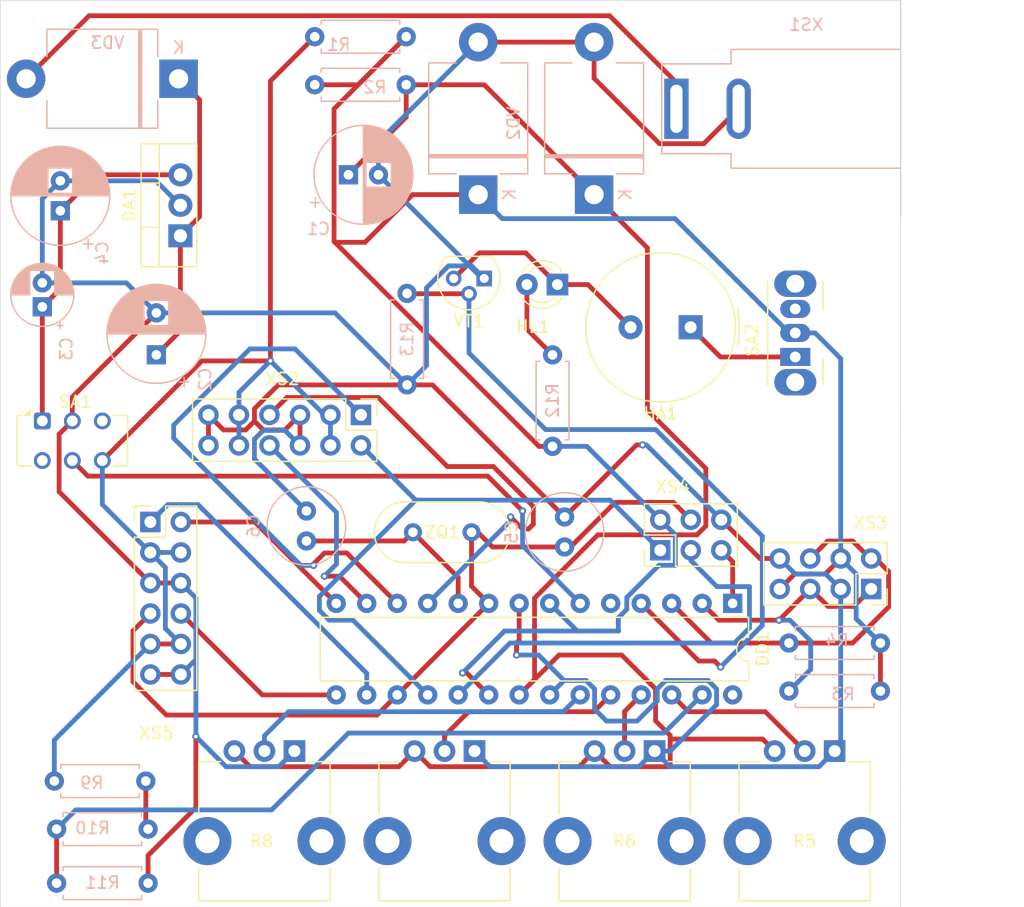
<source format=kicad_pcb>
(kicad_pcb (version 20240108) (generator "pcbnew") (generator_version "8.0")
  (layers (0 "F.Cu" signal) (31 "B.Cu" signal) (34 "B.Paste" user) (35 "F.Paste" user) (36 "B.SilkS" user "B.Silkscreen") (37 "F.SilkS" user "F.Silkscreen") (38 "B.Mask" user) (39 "F.Mask" user) (44 "Edge.Cuts" user))
  (net 0 "")
  (net 1 "GND")
  (net 2 "+2V5")
  (net 3 "Net-(DA1-IN)")
  (net 4 "Net-(DA1-OUT)")
  (net 5 "Net-(DD1-PB3)")
  (net 6 "Net-(DD1-XTAL2{slash}PB7)")
  (net 7 "Net-(DD1-~{RESET}{slash}PC6)")
  (net 8 "Net-(DD1-PD7)")
  (net 9 "Net-(DD1-PB4)")
  (net 10 "Net-(DD1-PD2)")
  (net 11 "Net-(DD1-PD1)")
  (net 12 "Net-(DD1-PC4)")
  (net 13 "Net-(DD1-PB1)")
  (net 15 "Net-(DD1-PB2)")
  (net 16 "Net-(DD1-PD6)")
  (net 17 "+5V")
  (net 18 "Net-(DD1-PD4)")
  (net 19 "Net-(DD1-PC3)")
  (net 20 "Net-(DD1-PD0)")
  (net 21 "Net-(DD1-PB0)")
  (net 22 "Net-(DD1-PD5)")
  (net 23 "Net-(DD1-PC0)")
  (net 24 "Net-(DD1-EPB5)")
  (net 26 "Net-(HA1--)")
  (net 27 "Net-(HA1-+)")
  (net 28 "Net-(HL1-A)")
  (net 29 "+BATT")
  (net 30 "Net-(R10-Pad2)")
  (net 32 "Net-(VD3-A)")
  (net 35 "Net-(DD1-PC2)")
  (net 36 "Net-(DD1-PC1)")
  (footprint "Connector_PinHeader_2.54mm:PinHeader_2x06_P2.54mm_Vertical" (layer "F.Cu") (at 105.04 75.5 -90)
    (property "Reference" "XS2")
    (property "Value" "CONN_12")
  )
  (footprint "Button_Switch_THT:SW_CK_JS202011CQN_DPDT_Straight" (layer "F.Cu") (at 78.5 76)
    (property "Reference" "SA1")
    (property "Value" "~")
  )
  (footprint "LED_THT:LED_D3.0mm" (layer "F.Cu") (at 121.404 64.644 180)
    (property "Reference" "HL1")
    (property "Value" "HL_LED")
  )
  (footprint "Package_TO_SOT_THT:TO-92" (layer "F.Cu") (at 115.308 64.136 180)
    (property "Reference" "VT1")
    (property "Value" "2П7240")
  )
  (footprint "Package_DIP:DIP-28_W7.62mm" (layer "F.Cu") (at 136 91.2 -90)
    (property "Reference" "DD1")
    (property "Value" "ATmega328-P")
  )
  (footprint "Potentiometer_THT:Potentiometer_TT_P0915N" (layer "F.Cu") (at 114.5 103.5 180)
    (property "Reference" "R7" (hide yes))
    (property "Value" "R_POT")
  )
  (footprint "Potentiometer_THT:Potentiometer_TT_P0915N" (layer "F.Cu") (at 99.5 103.5 180)
    (property "Reference" "R8")
    (property "Value" "R_POT")
  )
  (footprint "Connector_PinSocket_2.54mm:PinSocket_2x04_P2.54mm_Vertical" (layer "F.Cu") (at 147.54 90 -90)
    (property "Reference" "XS3")
    (property "Value" "CONN_8" (hide yes))
  )
  (footprint "Connector_PinHeader_2.54mm:PinHeader_2x06_P2.54mm_Vertical" (layer "F.Cu") (at 87.5 84.42)
    (property "Reference" "XS5")
    (property "Value" "CONN_12")
  )
  (footprint "Crystal:Crystal_HC49-U_Vertical" (layer "F.Cu") (at 114.25 85.275 180)
    (property "Reference" "ZQ1")
    (property "Value" "ZQ_CRYSTAL")
  )
  (footprint "Potentiometer_THT:Potentiometer_TT_P0915N" (layer "F.Cu") (at 144.5 103.5 180)
    (property "Reference" "R5")
    (property "Value" "R_POT")
  )
  (footprint "Package_TO_SOT_THT:TO-220-3_Vertical" (layer "F.Cu") (at 90 60.58 90)
    (property "Reference" "DA1")
    (property "Value" "LM7805_TO220" (hide yes))
  )
  (footprint "Button_Switch_THT:SW_Slide_SPDT_Angled_CK_OS102011MA1Q" (layer "F.Cu") (at 141.216 70.672 90)
    (property "Reference" "SA2")
    (property "Value" "SA_SPDT")
  )
  (footprint "Potentiometer_THT:Potentiometer_TT_P0915N" (layer "F.Cu") (at 129.5 103.5 180)
    (property "Reference" "R6")
    (property "Value" "R_POT")
  )
  (footprint "Connector_PinHeader_2.54mm:PinHeader_2x03_P2.54mm_Vertical" (layer "F.Cu") (at 129.975 86.775 90)
    (property "Reference" "XS4")
    (property "Value" "CONN_6")
  )
  (footprint "Buzzer_Beeper:Buzzer_TDK_PS1240P02BT_D12.2mm_H6.5mm" (layer "F.Cu") (at 132.5 68.2 180)
    (property "Reference" "HA1")
    (property "Value" "Buzzer")
  )
  (footprint "Resistor_THT:R_Axial_DIN0207_L6.3mm_D2.5mm_P7.62mm_Horizontal" (layer "B.Cu") (at 108.88 65.38 -90)
    (property "Reference" "R13")
    (property "Value" "R")
  )
  (footprint "Capacitor_THT:CP_Radial_D8.0mm_P2.50mm" (layer "B.Cu") (at 104 55.5)
    (property "Reference" "C1")
    (property "Value" "C")
  )
  (footprint "Diode_THT:D_5KPW_P12.70mm_Horizontal" (layer "B.Cu") (at 124.46 57.15 90)
    (property "Reference" "VD1" (hide yes))
    (property "Value" "VD")
  )
  (footprint "Capacitor_THT:CP_Radial_D8.0mm_P3.50mm" (layer "B.Cu") (at 88 70.5 90)
    (property "Reference" "C2")
    (property "Value" "C")
  )
  (footprint "Capacitor_THT:CP_Radial_D8.0mm_P2.50mm" (layer "B.Cu") (at 80 58.5 90)
    (property "Reference" "C4")
    (property "Value" "C")
  )
  (footprint "Resistor_THT:R_Axial_DIN0207_L6.3mm_D2.5mm_P7.62mm_Horizontal" (layer "B.Cu") (at 101.19 48)
    (property "Reference" "R2")
    (property "Value" "R")
  )
  (footprint "Capacitor_THT:C_Radial_D6.3mm_H5.0mm_P2.50mm" (layer "B.Cu") (at 122 84 -90)
    (property "Reference" "C5")
    (property "Value" "C")
  )
  (footprint "Resistor_THT:R_Axial_DIN0207_L6.3mm_D2.5mm_P7.62mm_Horizontal" (layer "B.Cu") (at 140.69 94.5)
    (property "Reference" "R4")
    (property "Value" "R")
  )
  (footprint "Resistor_THT:R_Axial_DIN0207_L6.3mm_D2.5mm_P7.62mm_Horizontal" (layer "B.Cu") (at 79.69 114.5)
    (property "Reference" "R11")
    (property "Value" "R")
  )
  (footprint "Resistor_THT:R_Axial_DIN0207_L6.3mm_D2.5mm_P7.62mm_Horizontal" (layer "B.Cu") (at 87.12 106 180)
    (property "Reference" "R9")
    (property "Value" "R")
  )
  (footprint "Connector_BarrelJack:BarrelJack_SwitchcraftConxall_RAPC10U_Horizontal" (layer "B.Cu") (at 131.32 50 180)
    (property "Reference" "XS1")
    (property "Value" "CONN_2")
    (fp_line (start -18.67 -9) (end -18.67 9) (stroke (width 0.12)) (layer "Edge.Cuts"))
  )
  (footprint "Capacitor_THT:C_Radial_D6.3mm_H5.0mm_P2.50mm" (layer "B.Cu") (at 100.5 83.5 -90)
    (property "Reference" "C6")
    (property "Value" "C")
  )
  (footprint "Resistor_THT:R_Axial_DIN0207_L6.3mm_D2.5mm_P7.62mm_Horizontal" (layer "B.Cu") (at 121 70.5 -90)
    (property "Reference" "R12")
    (property "Value" "R")
  )
  (footprint "Capacitor_THT:CP_Radial_D5.0mm_P2.00mm" (layer "B.Cu") (at 78.5 66.5 90)
    (property "Reference" "C3")
    (property "Value" "C")
  )
  (footprint "Resistor_THT:R_Axial_DIN0207_L6.3mm_D2.5mm_P7.62mm_Horizontal" (layer "B.Cu") (at 79.69 110)
    (property "Reference" "R10")
    (property "Value" "R")
  )
  (footprint "Resistor_THT:R_Axial_DIN0207_L6.3mm_D2.5mm_P7.62mm_Horizontal" (layer "B.Cu") (at 101.19 44)
    (property "Reference" "R1")
    (property "Value" "R")
  )
  (footprint "Diode_THT:D_5KPW_P12.70mm_Horizontal" (layer "B.Cu") (at 89.85 47.5 180)
    (property "Reference" "VD3")
    (property "Value" "VD_Schottky")
  )
  (footprint "Resistor_THT:R_Axial_DIN0207_L6.3mm_D2.5mm_P7.62mm_Horizontal" (layer "B.Cu") (at 140.69 98.5)
    (property "Reference" "R3")
    (property "Value" "R")
  )
  (footprint "Diode_THT:D_5KPW_P12.70mm_Horizontal" (layer "B.Cu") (at 114.808 57.15 90)
    (property "Reference" "VD2")
    (property "Value" "VD")
  )
  (gr_line (start 75 41) (end 75 116) (stroke (width 0.05)) (layer "Edge.Cuts"))
  (gr_line (start 75 41) (end 149.99 41) (stroke (width 0.05)) (layer "Edge.Cuts"))
  (gr_line (start 75 116) (end 75 116.5) (stroke (width 0.05)) (layer "Edge.Cuts"))
  (gr_line (start 150 116.5) (end 75 116.5) (stroke (width 0.05)) (layer "Edge.Cuts"))
  (gr_line (start 150 116.5) (end 149.99 59) (stroke (width 0.05)) (layer "Edge.Cuts"))
  (segment (start 128 78) (end 128.5 78) (width 0.4) (layer "F.Cu") (net 1))
  (segment (start 98.71 76.75) (end 99.96 75.5) (width 0.4) (layer "F.Cu") (net 1))
  (segment (start 91.29 108.21) (end 87.31 112.19) (width 0.4) (layer "F.Cu") (net 1))
  (segment (start 90.04 97.12) (end 87.5 97.12) (width 0.4) (layer "F.Cu") (net 1))
  (segment (start 136.5 50) (end 133.59 52.91) (width 0.4) (layer "F.Cu") (net 1))
  (segment (start 135.055 84.235) (end 138.28 87.46) (width 0.4) (layer "F.Cu") (net 1))
  (segment (start 79.9 77.1) (end 81 76) (width 0.4) (layer "F.Cu") (net 1))
  (segment (start 96.902233 76.75) (end 98.71 76.75) (width 0.4) (layer "F.Cu") (net 1))
  (segment (start 92.34 75.5) (end 93.59 76.75) (width 0.4) (layer "F.Cu") (net 1))
  (segment (start 93.59 76.75) (end 95.437767 76.75) (width 0.4) (layer "F.Cu") (net 1))
  (segment (start 124.46 47.46) (end 124.46 44.45) (width 0.4) (layer "F.Cu") (net 1))
  (segment (start 81 74) (end 88 67) (width 0.4) (layer "F.Cu") (net 1))
  (segment (start 99.96 75.5) (end 99.96 78.04) (width 0.4) (layer "F.Cu") (net 1))
  (segment (start 96.17 76.017767) (end 96.902233 76.75) (width 0.4) (layer "F.Cu") (net 1))
  (segment (start 138.28 87.46) (end 139.92 87.46) (width 0.4) (layer "F.Cu") (net 1))
  (segment (start 118 94.5) (end 118.22 94.28) (width 0.4) (layer "F.Cu") (net 1))
  (segment (start 92.34 75.5) (end 92.34 78.04) (width 0.4) (layer "F.Cu") (net 1))
  (segment (start 87.31 112.19) (end 87.31 114.5) (width 0.4) (layer "F.Cu") (net 1))
  (segment (start 122 84) (end 128 78) (width 0.4) (layer "F.Cu") (net 1))
  (segment (start 87.5 89.5) (end 79.9 81.9) (width 0.4) (layer "F.Cu") (net 1))
  (segment (start 108.88 73) (end 98.152233 73) (width 0.4) (layer "F.Cu") (net 1))
  (segment (start 79.9 81.9) (end 79.9 77.1) (width 0.4) (layer "F.Cu") (net 1))
  (segment (start 96.17 74.982233) (end 96.17 76.017767) (width 0.4) (layer "F.Cu") (net 1))
  (segment (start 90.04 89.5) (end 87.5 89.5) (width 0.4) (layer "F.Cu") (net 1))
  (segment (start 95.437767 76.75) (end 96.17 76.017767) (width 0.4) (layer "F.Cu") (net 1))
  (segment (start 133.59 52.91) (end 129.91 52.91) (width 0.4) (layer "F.Cu") (net 1))
  (segment (start 81 76) (end 81 74) (width 0.4) (layer "F.Cu") (net 1))
  (segment (start 118.22 94.28) (end 118.22 91.2) (width 0.4) (layer "F.Cu") (net 1))
  (segment (start 98.152233 73) (end 96.17 74.982233) (width 0.4) (layer "F.Cu") (net 1))
  (segment (start 129.91 52.91) (end 124.46 47.46) (width 0.4) (layer "F.Cu") (net 1))
  (segment (start 91.29 102.29) (end 91.29 108.21) (width 0.4) (layer "F.Cu") (net 1))
  (segment (start 111 73) (end 108.88 73) (width 0.4) (layer "F.Cu") (net 1))
  (segment (start 124.46 44.45) (end 114.808 44.45) (width 0.4) (layer "F.Cu") (net 1))
  (segment (start 118 95.5) (end 118 94.5) (width 0.4) (layer "F.Cu") (net 1))
  (segment (start 122 84) (end 111 73) (width 0.4) (layer "F.Cu") (net 1))
  (via (at 118 95.5) (size 0.6) (drill 0.3) (layers "F.Cu" "B.Cu") (net 1))
  (via (at 91.29 102.29) (size 0.6) (drill 0.3) (layers "F.Cu" "B.Cu") (net 1))
  (via (at 128.5 78) (size 0.6) (drill 0.3) (layers "F.Cu" "B.Cu") (net 1))
  (segment (start 114.258 63.086) (end 112.333075 63.086) (width 0.4) (layer "B.Cu") (net 1))
  (segment (start 90.04 97.12) (end 91.29 95.87) (width 0.4) (layer "B.Cu") (net 1))
  (segment (start 91.29 95.87) (end 91.29 90.75) (width 0.4) (layer "B.Cu") (net 1))
  (segment (start 128.5 78) (end 128.82 78) (width 0.4) (layer "B.Cu") (net 1))
  (segment (start 108.88 73) (end 102.88 67) (width 0.4) (layer "B.Cu") (net 1))
  (segment (start 85.5 64.5) (end 78.5 64.5) (width 0.4) (layer "B.Cu") (net 1))
  (segment (start 134.66 99.64) (end 130.8 103.5) (width 0.4) (layer "B.Cu") (net 1))
  (segment (start 78.5 57.5) (end 80 56) (width 0.4) (layer "B.Cu") (net 1))
  (segment (start 106.5 55.5) (end 115.136 64.136) (width 0.4) (layer "B.Cu") (net 1))
  (segment (start 130.8 103.5) (end 129.5 103.5) (width 0.4) (layer "B.Cu") (net 1))
  (segment (start 129.72 98.322943) (end 130.422943 97.62) (width 0.4) (layer "B.Cu") (net 1))
  (segment (start 143.75 88.75) (end 145 90) (width 0.4) (layer "B.Cu") (net 1))
  (segment (start 128.037057 101) (end 129.72 99.317057) (width 0.4) (layer "B.Cu") (net 1))
  (segment (start 125.5 101) (end 128.037057 101) (width 0.4) (layer "B.Cu") (net 1))
  (segment (start 98.2 104.8) (end 99.5 103.5) (width 0.4) (layer "B.Cu") (net 1))
  (segment (start 106.5 52.758) (end 106.5 55.5) (width 0.4) (layer "B.Cu") (net 1))
  (segment (start 121.96 97.62) (end 123.797057 97.62) (width 0.4) (layer "B.Cu") (net 1))
  (segment (start 112.333075 63.086) (end 110.5 64.919075) (width 0.4) (layer "B.Cu") (net 1))
  (segment (start 93.8 104.8) (end 98.2 104.8) (width 0.4) (layer "B.Cu") (net 1))
  (segment (start 145 103) (end 144.5 103.5) (width 0.4) (layer "B.Cu") (net 1))
  (segment (start 130.422943 97.62) (end 133.957057 97.62) (width 0.4) (layer "B.Cu") (net 1))
  (segment (start 87.96 56) (end 90 58.04) (width 0.4) (layer "B.Cu") (net 1))
  (segment (start 80 56) (end 87.96 56) (width 0.4) (layer "B.Cu") (net 1))
  (segment (start 133.957057 97.62) (end 134.66 98.322943) (width 0.4) (layer "B.Cu") (net 1))
  (segment (start 91.29 90.75) (end 90.04 89.5) (width 0.4) (layer "B.Cu") (net 1))
  (segment (start 88 67) (end 85.5 64.5) (width 0.4) (layer "B.Cu") (net 1))
  (segment (start 129.5 103.5) (end 128.2 104.8) (width 0.4) (layer "B.Cu") (net 1))
  (segment (start 130.8 104.8) (end 129.5 103.5) (width 0.4) (layer "B.Cu") (net 1))
  (segment (start 143.2 104.8) (end 130.8 104.8) (width 0.4) (layer "B.Cu") (net 1))
  (segment (start 102.88 67) (end 88 67) (width 0.4) (layer "B.Cu") (net 1))
  (segment (start 114.808 44.45) (end 106.5 52.758) (width 0.4) (layer "B.Cu") (net 1))
  (segment (start 96.902233 76.79) (end 96.17 77.522233) (width 0.4) (layer "B.Cu") (net 1))
  (segment (start 134.66 98.322943) (end 134.66 99.64) (width 0.4) (layer "B.Cu") (net 1))
  (segment (start 98.71 76.79) (end 96.902233 76.79) (width 0.4) (layer "B.Cu") (net 1))
  (segment (start 128.82 78) (end 135.055 84.235) (width 0.4) (layer "B.Cu") (net 1))
  (segment (start 91.29 95.87) (end 91.29 102.29) (width 0.4) (layer "B.Cu") (net 1))
  (segment (start 110.5 71.38) (end 108.88 73) (width 0.4) (layer "B.Cu") (net 1))
  (segment (start 96.17 77.522233) (end 96.17 79.17) (width 0.4) (layer "B.Cu") (net 1))
  (segment (start 121.96 97.62) (end 119.84 95.5) (width 0.4) (layer "B.Cu") (net 1))
  (segment (start 139.92 87.46) (end 141.21 88.75) (width 0.4) (layer "B.Cu") (net 1))
  (segment (start 115.308 64.136) (end 114.258 63.086) (width 0.4) (layer "B.Cu") (net 1))
  (segment (start 119.84 95.5) (end 118 95.5) (width 0.4) (layer "B.Cu") (net 1))
  (segment (start 78.5 64.5) (end 78.5 57.5) (width 0.4) (layer "B.Cu") (net 1))
  (segment (start 145 90) (end 145 103) (width 0.4) (layer "B.Cu") (net 1))
  (segment (start 124.5 98.322943) (end 124.5 100) (width 0.4) (layer "B.Cu") (net 1))
  (segment (start 124.5 100) (end 125.5 101) (width 0.4) (layer "B.Cu") (net 1))
  (segment (start 96.17 79.17) (end 100.5 83.5) (width 0.4) (layer "B.Cu") (net 1))
  (segment (start 115.136 64.136) (end 115.308 64.136) (width 0.4) (layer "B.Cu") (net 1))
  (segment (start 110.5 64.919075) (end 110.5 71.38) (width 0.4) (layer "B.Cu") (net 1))
  (segment (start 99.96 78.04) (end 98.71 76.79) (width 0.4) (layer "B.Cu") (net 1))
  (segment (start 115.8 104.8) (end 114.5 103.5) (width 0.4) (layer "B.Cu") (net 1))
  (segment (start 91.29 102.29) (end 93.8 104.8) (width 0.4) (layer "B.Cu") (net 1))
  (segment (start 141.21 88.75) (end 143.75 88.75) (width 0.4) (layer "B.Cu") (net 1))
  (segment (start 129.72 99.317057) (end 129.72 98.322943) (width 0.4) (layer "B.Cu") (net 1))
  (segment (start 144.5 103.5) (end 143.2 104.8) (width 0.4) (layer "B.Cu") (net 1))
  (segment (start 123.797057 97.62) (end 124.5 98.322943) (width 0.4) (layer "B.Cu") (net 1))
  (segment (start 128.2 104.8) (end 115.8 104.8) (width 0.4) (layer "B.Cu") (net 1))
  (segment (start 120.76 98.82) (end 121.96 97.62) (width 0.4) (layer "B.Cu") (net 1))
  (segment (start 124.777943 85.485) (end 119.5 90.762943) (width 0.4) (layer "F.Cu") (net 2))
  (segment (start 130.8 104.8) (end 125.8 104.8) (width 0.4) (layer "F.Cu") (net 2))
  (segment (start 133.765 84.752767) (end 133.032767 85.485) (width 0.4) (layer "F.Cu") (net 2))
  (segment (start 108.81 50.69) (end 108.81 48) (width 0.4) (layer "F.Cu") (net 2))
  (segment (start 129.58 98.322943) (end 129.58 100.98) (width 0.4) (layer "F.Cu") (net 2))
  (segment (start 119.5 97.54) (end 118.22 98.82) (width 0.4) (layer "F.Cu") (net 2))
  (segment (start 129.58 100.98) (end 130.8 102.2) (width 0.4) (layer "F.Cu") (net 2))
  (segment (start 121.54 95.5) (end 126.757057 95.5) (width 0.4) (layer "F.Cu") (net 2))
  (segment (start 104 55.5) (end 108.81 50.69) (width 0.4) (layer "F.Cu") (net 2))
  (segment (start 119.5 90.762943) (end 119.5 97.54) (width 0.4) (layer "F.Cu") (net 2))
  (segment (start 124.5 103.5) (end 123.2 104.8) (width 0.4) (layer "F.Cu") (net 2))
  (segment (start 108.81 48) (end 115.31 48) (width 0.4) (layer "F.Cu") (net 2))
  (segment (start 118.22 98.82) (end 121.54 95.5) (width 0.4) (layer "F.Cu") (net 2))
  (segment (start 138.5 102.5) (end 139.5 103.5) (width 0.4) (layer "F.Cu") (net 2))
  (segment (start 130.8 102.2) (end 130.8 102.5) (width 0.4) (layer "F.Cu") (net 2))
  (segment (start 115.31 48) (end 124.46 57.15) (width 0.4) (layer "F.Cu") (net 2))
  (segment (start 133.765 79.965) (end 133.765 84.752767) (width 0.4) (layer "F.Cu") (net 2))
  (segment (start 109.5 103.5) (end 108.2 104.8) (width 0.4) (layer "F.Cu") (net 2))
  (segment (start 126.757057 95.5) (end 129.58 98.322943) (width 0.4) (layer "F.Cu") (net 2))
  (segment (start 128.9 75.1) (end 133.765 79.965) (width 0.4) (layer "F.Cu") (net 2))
  (segment (start 95.8 104.8) (end 94.5 103.5) (width 0.4) (layer "F.Cu") (net 2))
  (segment (start 128.9 61.59) (end 128.9 75.1) (width 0.4) (layer "F.Cu") (net 2))
  (segment (start 108.2 104.8) (end 95.8 104.8) (width 0.4) (layer "F.Cu") (net 2))
  (segment (start 130.8 102.5) (end 130.8 104.8) (width 0.4) (layer "F.Cu") (net 2))
  (segment (start 123.2 104.8) (end 110.8 104.8) (width 0.4) (layer "F.Cu") (net 2))
  (segment (start 110.8 104.8) (end 109.5 103.5) (width 0.4) (layer "F.Cu") (net 2))
  (segment (start 125.8 104.8) (end 124.5 103.5) (width 0.4) (layer "F.Cu") (net 2))
  (segment (start 130.8 102.5) (end 138.5 102.5) (width 0.4) (layer "F.Cu") (net 2))
  (segment (start 124.46 57.15) (end 128.9 61.59) (width 0.4) (layer "F.Cu") (net 2))
  (segment (start 133.032767 85.485) (end 124.777943 85.485) (width 0.4) (layer "F.Cu") (net 2))
  (segment (start 90 68.5) (end 88 70.5) (width 0.4) (layer "F.Cu") (net 3))
  (segment (start 91.6 49.25) (end 91.6 58.98) (width 0.4) (layer "F.Cu") (net 3))
  (segment (start 89.85 47.5) (end 91.6 49.25) (width 0.4) (layer "F.Cu") (net 3))
  (segment (start 91.6 58.98) (end 90 60.58) (width 0.4) (layer "F.Cu") (net 3))
  (segment (start 90 60.58) (end 90 68.5) (width 0.4) (layer "F.Cu") (net 3))
  (segment (start 83 55.5) (end 80 58.5) (width 0.4) (layer "F.Cu") (net 4))
  (segment (start 90 55.5) (end 83 55.5) (width 0.4) (layer "F.Cu") (net 4))
  (segment (start 80 65) (end 78.5 66.5) (width 0.4) (layer "F.Cu") (net 4))
  (segment (start 78.5 66.5) (end 78.5 76) (width 0.4) (layer "F.Cu") (net 4))
  (segment (start 80 58.5) (end 80 65) (width 0.4) (layer "F.Cu") (net 4))
  (segment (start 131.065 82.785) (end 132.515 84.235) (width 0.4) (layer "F.Cu") (net 5))
  (segment (start 87.5 92.04) (end 86.05 93.49) (width 0.4) (layer "F.Cu") (net 5))
  (segment (start 122.5 86.5) (end 126.215 82.785) (width 0.4) (layer "F.Cu") (net 5))
  (segment (start 122 86.5) (end 122.5 86.5) (width 0.4) (layer "F.Cu") (net 5))
  (segment (start 126.215 82.785) (end 131.065 82.785) (width 0.4) (layer "F.Cu") (net 5))
  (segment (start 114.25 89.77) (end 115.68 91.2) (width 0.4) (layer "F.Cu") (net 5))
  (segment (start 115.68 91.2) (end 108.06 98.82) (width 0.4) (layer "F.Cu") (net 5))
  (segment (start 86.05 97.72061) (end 88.82939 100.5) (width 0.4) (layer "F.Cu") (net 5))
  (segment (start 114.25 85.275) (end 114.775 85.275) (width 0.4) (layer "F.Cu") (net 5))
  (segment (start 114.775 85.275) (end 116 86.5) (width 0.4) (layer "F.Cu") (net 5))
  (segment (start 116 86.5) (end 122 86.5) (width 0.4) (layer "F.Cu") (net 5))
  (segment (start 88.82939 100.5) (end 106.38 100.5) (width 0.4) (layer "F.Cu") (net 5))
  (segment (start 106.38 100.5) (end 108.06 98.82) (width 0.4) (layer "F.Cu") (net 5))
  (segment (start 114.25 85.275) (end 114.25 89.77) (width 0.4) (layer "F.Cu") (net 5))
  (segment (start 86.05 93.49) (end 86.05 97.72061) (width 0.4) (layer "F.Cu") (net 5))
  (segment (start 108.645 86) (end 109.37 85.275) (width 0.4) (layer "F.Cu") (net 6))
  (segment (start 100.5 86) (end 108.645 86) (width 0.4) (layer "F.Cu") (net 6))
  (segment (start 113.14 89.045) (end 113.14 91.2) (width 0.4) (layer "F.Cu") (net 6))
  (segment (start 109.37 85.275) (end 113.14 89.045) (width 0.4) (layer "F.Cu") (net 6))
  (segment (start 136 87.72) (end 135.055 86.775) (width 0.4) (layer "F.Cu") (net 7))
  (segment (start 136 91.2) (end 136 87.72) (width 0.4) (layer "F.Cu") (net 7))
  (segment (start 105.52 91.2) (end 103.257257 88.937257) (width 0.4) (layer "F.Cu") (net 8))
  (segment (start 103.257257 88.937257) (end 101.990051 88.937257) (width 0.4) (layer "F.Cu") (net 8))
  (via (at 101.990051 88.937257) (size 0.6) (drill 0.3) (layers "F.Cu" "B.Cu") (net 8))
  (segment (start 103 87.927308) (end 103 83.62) (width 0.4) (layer "B.Cu") (net 8))
  (segment (start 101.990051 88.937257) (end 103 87.927308) (width 0.4) (layer "B.Cu") (net 8))
  (segment (start 103 83.62) (end 97.42 78.04) (width 0.4) (layer "B.Cu") (net 8))
  (segment (start 125.8 82.6) (end 110 82.6) (width 0.4) (layer "B.Cu") (net 9))
  (segment (start 109.6 82.6) (end 105.04 78.04) (width 0.4) (layer "B.Cu") (net 9))
  (segment (start 101.58 90.620101) (end 109.600101 82.6) (width 0.4) (layer "B.Cu") (net 9))
  (segment (start 109.600101 82.6) (end 110 82.6) (width 0.4) (layer "B.Cu") (net 9))
  (segment (start 101.58 91.779899) (end 101.58 90.620101) (width 0.4) (layer "B.Cu") (net 9))
  (segment (start 129.975 86.775) (end 125.8 82.6) (width 0.4) (layer "B.Cu") (net 9))
  (segment (start 110 82.6) (end 109.6 82.6) (width 0.4) (layer "B.Cu") (net 9))
  (segment (start 110.6 98.82) (end 104.38 92.6) (width 0.4) (layer "B.Cu") (net 9))
  (segment (start 104.38 92.6) (end 102.400101 92.6) (width 0.4) (layer "B.Cu") (net 9))
  (segment (start 102.400101 92.6) (end 101.58 91.779899) (width 0.4) (layer "B.Cu") (net 9))
  (segment (start 108.906 65.406) (end 114.038 65.406) (width 0.4) (layer "F.Cu") (net 10))
  (segment (start 108.88 65.38) (end 108.906 65.406) (width 0.4) (layer "F.Cu") (net 10))
  (segment (start 133.18 96) (end 128.38 91.2) (width 0.4) (layer "F.Cu") (net 10))
  (segment (start 134.5 96) (end 133.18 96) (width 0.4) (layer "F.Cu") (net 10))
  (segment (start 135 96.5) (end 134.5 96) (width 0.4) (layer "F.Cu") (net 10))
  (via (at 135 96.5) (size 0.6) (drill 0.3) (layers "F.Cu" "B.Cu") (net 10))
  (segment (start 138.47 85.59939) (end 138.47 93.03) (width 0.4) (layer "B.Cu") (net 10))
  (segment (start 120.420101 76.72) (end 129.59061 76.72) (width 0.4) (layer "B.Cu") (net 10))
  (segment (start 138.47 93.03) (end 135 96.5) (width 0.4) (layer "B.Cu") (net 10))
  (segment (start 114.038 70.337899) (end 120.420101 76.72) (width 0.4) (layer "B.Cu") (net 10))
  (segment (start 114.038 65.406) (end 114.038 70.337899) (width 0.4) (layer "B.Cu") (net 10))
  (segment (start 129.59061 76.72) (end 138.47 85.59939) (width 0.4) (layer "B.Cu") (net 10))
  (segment (start 143.91 86.01) (end 142.46 87.46) (width 0.4) (layer "F.Cu") (net 11))
  (segment (start 148.99 88.55) (end 147.9 87.46) (width 0.4) (layer "F.Cu") (net 11))
  (segment (start 147.54 87.46) (end 147.46 87.46) (width 0.4) (layer "F.Cu") (net 11))
  (segment (start 134.22 94.5) (end 130.92 91.2) (width 0.4) (layer "F.Cu") (net 11))
  (segment (start 146 94.5) (end 148.99 91.51) (width 0.4) (layer "F.Cu") (net 11))
  (segment (start 147.46 87.46) (end 146.01 86.01) (width 0.4) (layer "F.Cu") (net 11))
  (segment (start 140.69 94.5) (end 134.22 94.5) (width 0.4) (layer "F.Cu") (net 11))
  (segment (start 148.99 91.51) (end 148.99 88.55) (width 0.4) (layer "F.Cu") (net 11))
  (segment (start 147.9 87.46) (end 147.54 87.46) (width 0.4) (layer "F.Cu") (net 11))
  (segment (start 140.69 94.5) (end 146 94.5) (width 0.4) (layer "F.Cu") (net 11))
  (segment (start 146.01 86.01) (end 143.91 86.01) (width 0.4) (layer "F.Cu") (net 11))
  (segment (start 79.69 114.5) (end 79.69 110) (width 0.4) (layer "F.Cu") (net 12))
  (segment (start 81.29 108.4) (end 79.69 110) (width 0.4) (layer "B.Cu") (net 12))
  (segment (start 130.28 102) (end 104 102) (width 0.4) (layer "B.Cu") (net 12))
  (segment (start 104 102) (end 97.6 108.4) (width 0.4) (layer "B.Cu") (net 12))
  (segment (start 133.46 98.82) (end 130.28 102) (width 0.4) (layer "B.Cu") (net 12))
  (segment (start 97.6 108.4) (end 81.29 108.4) (width 0.4) (layer "B.Cu") (net 12))
  (segment (start 96.82 98.82) (end 90.04 92.04) (width 0.4) (layer "F.Cu") (net 13))
  (segment (start 102.98 98.82) (end 96.82 98.82) (width 0.4) (layer "F.Cu") (net 13))
  (segment (start 91.47 82.97) (end 105.52 97.02) (width 0.4) (layer "B.Cu") (net 15))
  (segment (start 88.95 82.97) (end 91.47 82.97) (width 0.4) (layer "B.Cu") (net 15))
  (segment (start 105.52 97.02) (end 105.52 98.82) (width 0.4) (layer "B.Cu") (net 15))
  (segment (start 87.5 84.42) (end 88.95 82.97) (width 0.4) (layer "B.Cu") (net 15))
  (segment (start 101.090779 88.037985) (end 101.090779 87.909221) (width 0.4) (layer "F.Cu") (net 16))
  (segment (start 101.090779 87.909221) (end 102 87) (width 0.4) (layer "F.Cu") (net 16))
  (segment (start 102 87) (end 103.86 87) (width 0.4) (layer "F.Cu") (net 16))
  (segment (start 103.86 87) (end 108.06 91.2) (width 0.4) (layer "F.Cu") (net 16))
  (via (at 101.090779 88.037985) (size 0.6) (drill 0.3) (layers "F.Cu" "B.Cu") (net 16))
  (segment (start 95.78939 70) (end 89.43939 76.35) (width 0.4) (layer "B.Cu") (net 16))
  (segment (start 89.43939 77.43939) (end 100.037985 88.037985) (width 0.4) (layer "B.Cu") (net 16))
  (segment (start 105.04 75.5) (end 99.54 70) (width 0.4) (layer "B.Cu") (net 16))
  (segment (start 100.037985 88.037985) (end 101.090779 88.037985) (width 0.4) (layer "B.Cu") (net 16))
  (segment (start 99.54 70) (end 95.78939 70) (width 0.4) (layer "B.Cu") (net 16))
  (segment (start 89.43939 76.35) (end 89.43939 77.43939) (width 0.4) (layer "B.Cu") (net 16))
  (segment (start 105.374315 61.125685) (end 109.35 57.15) (width 0.4) (layer "F.Cu") (net 17))
  (segment (start 141.17 88.75) (end 139.92 90) (width 0.4) (layer "F.Cu") (net 17))
  (segment (start 102.874315 61.125685) (end 105.374315 61.125685) (width 0.4) (layer "F.Cu") (net 17))
  (segment (start 145 87.46) (end 143.71 88.75) (width 0.4) (layer "F.Cu") (net 17))
  (segment (start 143.71 88.75) (end 141.17 88.75) (width 0.4) (layer "F.Cu") (net 17))
  (segment (start 102.874315 61.125685) (end 119.86863 78.12) (width 0.4) (layer "F.Cu") (net 17))
  (segment (start 148.31 94.5) (end 148.31 98.5) (width 0.4) (layer "F.Cu") (net 17))
  (segment (start 109.35 57.15) (end 114.808 57.15) (width 0.4) (layer "F.Cu") (net 17))
  (segment (start 119.86863 78.12) (end 121 78.12) (width 0.4) (layer "F.Cu") (net 17))
  (segment (start 104.81 48) (end 108.81 44) (width 0.4) (layer "F.Cu") (net 17))
  (segment (start 102.8 61.05137) (end 102.874315 61.125685) (width 0.4) (layer "F.Cu") (net 17))
  (segment (start 113.5 97) (end 113.86 97) (width 0.4) (layer "F.Cu") (net 17))
  (segment (start 102.8 50.01) (end 102.8 61.05137) (width 0.4) (layer "F.Cu") (net 17))
  (segment (start 113.86 97) (end 115.68 98.82) (width 0.4) (layer "F.Cu") (net 17))
  (segment (start 108.81 44) (end 102.8 50.01) (width 0.4) (layer "F.Cu") (net 17))
  (segment (start 101.19 48) (end 104.81 48) (width 0.4) (layer "F.Cu") (net 17))
  (via (at 113.5 97) (size 0.6) (drill 0.3) (layers "F.Cu" "B.Cu") (net 17))
  (segment (start 145 70.806) (end 145 87.46) (width 0.4) (layer "B.Cu") (net 17))
  (segment (start 142.866 68.672) (end 145 70.806) (width 0.4) (layer "B.Cu") (net 17))
  (segment (start 127.18 91.697057) (end 127.18 90.702943) (width 0.4) (layer "B.Cu") (net 17))
  (segment (start 123.86 78.12) (end 121 78.12) (width 0.4) (layer "B.Cu") (net 17))
  (segment (start 123.06 93.5) (end 117 93.5) (width 0.4) (layer "B.Cu") (net 17))
  (segment (start 123.06 93.5) (end 126.5 93.5) (width 0.4) (layer "B.Cu") (net 17))
  (segment (start 127.18 90.702943) (end 129.857943 88.025) (width 0.4) (layer "B.Cu") (net 17))
  (segment (start 116.808 59.15) (end 114.808 57.15) (width 0.4) (layer "B.Cu") (net 17))
  (segment (start 129.857943 88.025) (end 131.225 88.025) (width 0.4) (layer "B.Cu") (net 17))
  (segment (start 126.477057 93.477057) (end 126.477057 92.4) (width 0.4) (layer "B.Cu") (net 17))
  (segment (start 141.216 68.672) (end 142.866 68.672) (width 0.4) (layer "B.Cu") (net 17))
  (segment (start 140.716 68.672) (end 131.194 59.15) (width 0.4) (layer "B.Cu") (net 17))
  (segment (start 131.225 88.025) (end 131.225 85.485) (width 0.4) (layer "B.Cu") (net 17))
  (segment (start 120.76 91.2) (end 123.06 93.5) (width 0.4) (layer "B.Cu") (net 17))
  (segment (start 117 93.5) (end 113.5 97) (width 0.4) (layer "B.Cu") (net 17))
  (segment (start 141.216 68.672) (end 140.716 68.672) (width 0.4) (layer "B.Cu") (net 17))
  (segment (start 126.5 93.5) (end 126.477057 93.477057) (width 0.4) (layer "B.Cu") (net 17))
  (segment (start 126.477057 92.4) (end 127.18 91.697057) (width 0.4) (layer "B.Cu") (net 17))
  (segment (start 146.29 92.48) (end 148.31 94.5) (width 0.4) (layer "B.Cu") (net 17))
  (segment (start 131.225 85.485) (end 129.975 84.235) (width 0.4) (layer "B.Cu") (net 17))
  (segment (start 145 87.46) (end 146.29 88.75) (width 0.4) (layer "B.Cu") (net 17))
  (segment (start 131.194 59.15) (end 116.808 59.15) (width 0.4) (layer "B.Cu") (net 17))
  (segment (start 129.975 84.235) (end 123.86 78.12) (width 0.4) (layer "B.Cu") (net 17))
  (segment (start 146.29 88.75) (end 146.29 92.48) (width 0.4) (layer "B.Cu") (net 17))
  (segment (start 115.6 80.6) (end 82.3 80.6) (width 0.4) (layer "F.Cu") (net 18))
  (segment (start 118.5 83.5) (end 115.6 80.6) (width 0.4) (layer "F.Cu") (net 18))
  (segment (start 82.3 80.6) (end 81 79.3) (width 0.4) (layer "F.Cu") (net 18))
  (via (at 118.5 83.5) (size 0.6) (drill 0.3) (layers "F.Cu" "B.Cu") (net 18))
  (segment (start 123.3 91.2) (end 118.5 86.4) (width 0.4) (layer "B.Cu") (net 18))
  (segment (start 118.5 86.4) (end 118.5 83.5) (width 0.4) (layer "B.Cu") (net 18))
  (segment (start 132.32 100.22) (end 138.72 100.22) (width 0.4) (layer "F.Cu") (net 19))
  (segment (start 130.92 98.82) (end 132.32 100.22) (width 0.4) (layer "F.Cu") (net 19))
  (segment (start 138.72 100.22) (end 142 103.5) (width 0.4) (layer "F.Cu") (net 19))
  (segment (start 142.46 90) (end 142.5 90) (width 0.4) (layer "F.Cu") (net 20))
  (segment (start 142.5 90) (end 143.95 91.45) (width 0.4) (layer "F.Cu") (net 20))
  (segment (start 146.09 91.45) (end 147.54 90) (width 0.4) (layer "F.Cu") (net 20))
  (segment (start 143.95 91.45) (end 146.09 91.45) (width 0.4) (layer "F.Cu") (net 20))
  (segment (start 139.86 92.6) (end 142.46 90) (width 0.4) (layer "F.Cu") (net 20))
  (segment (start 133.46 91.2) (end 134.86 92.6) (width 0.4) (layer "F.Cu") (net 20))
  (segment (start 134.86 92.6) (end 139.86 92.6) (width 0.4) (layer "F.Cu") (net 20))
  (via (at 139.86 92.6) (size 0.6) (drill 0.3) (layers "F.Cu" "B.Cu") (net 20))
  (segment (start 142.5 96.69) (end 140.69 98.5) (width 0.4) (layer "B.Cu") (net 20))
  (segment (start 139.86 92.6) (end 140.769899 92.6) (width 0.4) (layer "B.Cu") (net 20))
  (segment (start 140.769899 92.6) (end 142.5 94.330101) (width 0.4) (layer "B.Cu") (net 20))
  (segment (start 142.5 94.330101) (end 142.5 96.69) (width 0.4) (layer "B.Cu") (net 20))
  (segment (start 96.2 84.42) (end 102.98 91.2) (width 0.4) (layer "F.Cu") (net 21))
  (segment (start 90.04 84.42) (end 96.2 84.42) (width 0.4) (layer "F.Cu") (net 21))
  (segment (start 97.42 75.5) (end 98.87 74.05) (width 0.4) (layer "F.Cu") (net 22))
  (segment (start 119.4 84.6) (end 119 85) (width 0.4) (layer "F.Cu") (net 22))
  (segment (start 119 85) (end 118.5 85) (width 0.4) (layer "F.Cu") (net 22))
  (segment (start 98.87 74.05) (end 106.49 74.05) (width 0.4) (layer "F.Cu") (net 22))
  (segment (start 119.4 83.127207) (end 119.4 84.6) (width 0.4) (layer "F.Cu") (net 22))
  (segment (start 112.24 79.8) (end 116.072793 79.8) (width 0.4) (layer "F.Cu") (net 22))
  (segment (start 118.5 85) (end 117.5 84) (width 0.4) (layer "F.Cu") (net 22))
  (segment (start 116.072793 79.8) (end 119.4 83.127207) (width 0.4) (layer "F.Cu") (net 22))
  (segment (start 106.49 74.05) (end 112.24 79.8) (width 0.4) (layer "F.Cu") (net 22))
  (via (at 117.5 84) (size 0.6) (drill 0.3) (layers "F.Cu" "B.Cu") (net 22))
  (segment (start 117.5 84) (end 117.5 84.3) (width 0.4) (layer "B.Cu") (net 22))
  (segment (start 117.5 84.3) (end 110.6 91.2) (width 0.4) (layer "B.Cu") (net 22))
  (segment (start 99.007208 100.22) (end 121.9 100.22) (width 0.4) (layer "B.Cu") (net 23))
  (segment (start 121.9 100.22) (end 123.3 98.82) (width 0.4) (layer "B.Cu") (net 23))
  (segment (start 97 102.227208) (end 99.007208 100.22) (width 0.4) (layer "B.Cu") (net 23))
  (segment (start 97 103.5) (end 97 102.227208) (width 0.4) (layer "B.Cu") (net 23))
  (segment (start 134.689899 89.8) (end 137.4 89.8) (width 0.4) (layer "B.Cu") (net 24))
  (segment (start 132.515 87.625101) (end 134.689899 89.8) (width 0.4) (layer "B.Cu") (net 24))
  (segment (start 137.4 89.8) (end 137.4 93.251472) (width 0.4) (layer "B.Cu") (net 24))
  (segment (start 117.46 94.5) (end 113.14 98.82) (width 0.4) (layer "B.Cu") (net 24))
  (segment (start 132.515 86.775) (end 132.515 87.625101) (width 0.4) (layer "B.Cu") (net 24))
  (segment (start 136.151472 94.5) (end 117.46 94.5) (width 0.4) (layer "B.Cu") (net 24))
  (segment (start 137.4 93.251472) (end 136.151472 94.5) (width 0.4) (layer "B.Cu") (net 24))
  (segment (start 118.76 62) (end 114.904 62) (width 0.4) (layer "F.Cu") (net 26))
  (segment (start 121.404 64.644) (end 118.76 62) (width 0.4) (layer "F.Cu") (net 26))
  (segment (start 123.944 64.644) (end 121.404 64.644) (width 0.4) (layer "F.Cu") (net 26))
  (segment (start 127.5 68.2) (end 123.944 64.644) (width 0.4) (layer "F.Cu") (net 26))
  (segment (start 114.904 62) (end 112.768 64.136) (width 0.4) (layer "F.Cu") (net 26))
  (segment (start 134.972 70.672) (end 141.216 70.672) (width 0.4) (layer "F.Cu") (net 27))
  (segment (start 132.5 68.2) (end 134.972 70.672) (width 0.4) (layer "F.Cu") (net 27))
  (segment (start 118.864 68.364) (end 121 70.5) (width 0.4) (layer "F.Cu") (net 28))
  (segment (start 118.864 64.644) (end 118.864 68.364) (width 0.4) (layer "F.Cu") (net 28))
  (segment (start 97.5 71) (end 97.5 47.69) (width 0.4) (layer "F.Cu") (net 29))
  (segment (start 90.04 94.58) (end 87.5 94.58) (width 0.4) (layer "F.Cu") (net 29))
  (segment (start 97.5 47.69) (end 101.19 44) (width 0.4) (layer "F.Cu") (net 29))
  (segment (start 97.5 71) (end 91.8 71) (width 0.4) (layer "F.Cu") (net 29))
  (segment (start 91.8 71) (end 83.5 79.3) (width 0.4) (layer "F.Cu") (net 29))
  (via (at 97.5 71) (size 0.6) (drill 0.3) (layers "F.Cu" "B.Cu") (net 29))
  (segment (start 94.88 73.62) (end 94.88 75.5) (width 0.4) (layer "B.Cu") (net 29))
  (segment (start 83.5 82.96) (end 87.5 86.96) (width 0.4) (layer "B.Cu") (net 29))
  (segment (start 102 75.5) (end 97.5 71) (width 0.4) (layer "B.Cu") (net 29))
  (segment (start 87.5 94.58) (end 79.5 102.58) (width 0.4) (layer "B.Cu") (net 29))
  (segment (start 94.88 75.5) (end 94.88 78.04) (width 0.4) (layer "B.Cu") (net 29))
  (segment (start 83.5 79.3) (end 83.5 82.96) (width 0.4) (layer "B.Cu") (net 29))
  (segment (start 88.75 93.29) (end 90.04 94.58) (width 0.4) (layer "B.Cu") (net 29))
  (segment (start 79.5 102.58) (end 79.5 106) (width 0.4) (layer "B.Cu") (net 29))
  (segment (start 88.75 88.21) (end 88.75 93.29) (width 0.4) (layer "B.Cu") (net 29))
  (segment (start 87.5 86.96) (end 88.75 88.21) (width 0.4) (layer "B.Cu") (net 29))
  (segment (start 87.5 86.96) (end 90.04 86.96) (width 0.4) (layer "B.Cu") (net 29))
  (segment (start 102.5 78.04) (end 102.5 75.5) (width 0.4) (layer "B.Cu") (net 29))
  (segment (start 102.5 75.5) (end 102 75.5) (width 0.4) (layer "B.Cu") (net 29))
  (segment (start 97.5 71) (end 94.88 73.62) (width 0.4) (layer "B.Cu") (net 29))
  (segment (start 87.12 106) (end 87.12 109.81) (width 0.4) (layer "F.Cu") (net 30))
  (segment (start 87.12 109.81) (end 87.31 110) (width 0.4) (layer "F.Cu") (net 30))
  (segment (start 82.4 42.25) (end 125.75 42.25) (width 0.4) (layer "F.Cu") (net 32))
  (segment (start 77.15 47.5) (end 82.4 42.25) (width 0.4) (layer "F.Cu") (net 32))
  (segment (start 125.75 42.25) (end 131.32 47.82) (width 0.4) (layer "F.Cu") (net 32))
  (segment (start 131.32 47.82) (end 131.32 50) (width 0.4) (layer "F.Cu") (net 32))
  (segment (start 128.38 98.82) (end 127 100.2) (width 0.4) (layer "F.Cu") (net 35))
  (segment (start 127 100.2) (end 127 103.5) (width 0.4) (layer "F.Cu") (net 35))
  (segment (start 124.44 100.22) (end 125.84 98.82) (width 0.4) (layer "F.Cu") (net 36))
  (segment (start 112 103.5) (end 112 102.227208) (width 0.4) (layer "F.Cu") (net 36))
  (segment (start 112 102.227208) (end 114.007208 100.22) (width 0.4) (layer "F.Cu") (net 36))
  (segment (start 114.007208 100.22) (end 124.44 100.22) (width 0.4) (layer "F.Cu") (net 36))
)
</source>
